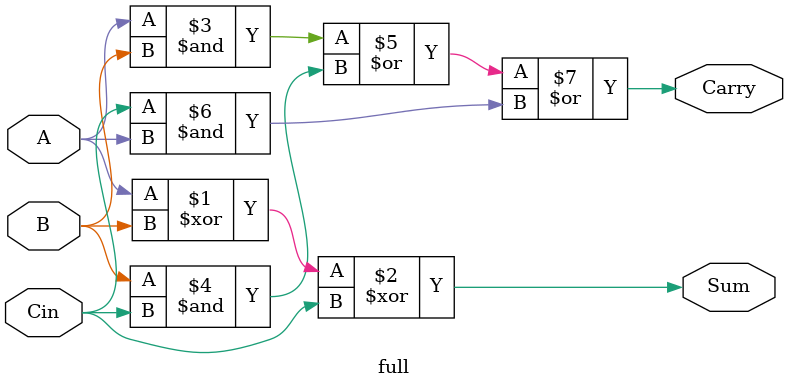
<source format=v>
`timescale 1ns / 1ps


module full(
    input A,
    input B,
    input Cin,
    output Sum,
    output Carry
    );
    
    assign Sum = A ^ B ^ Cin;
    assign Carry = ((A & B) | (B & Cin) | (Cin & A));
    
endmodule

</source>
